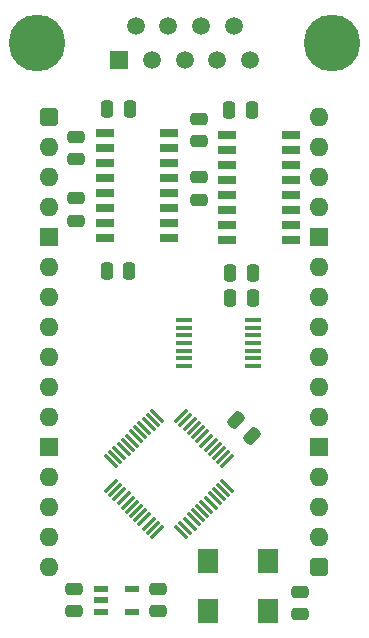
<source format=gts>
%TF.GenerationSoftware,KiCad,Pcbnew,8.0.7*%
%TF.CreationDate,2025-01-05T20:15:04+02:00*%
%TF.ProjectId,RS232,52533233-322e-46b6-9963-61645f706362,V0*%
%TF.SameCoordinates,Original*%
%TF.FileFunction,Soldermask,Top*%
%TF.FilePolarity,Negative*%
%FSLAX46Y46*%
G04 Gerber Fmt 4.6, Leading zero omitted, Abs format (unit mm)*
G04 Created by KiCad (PCBNEW 8.0.7) date 2025-01-05 20:15:04*
%MOMM*%
%LPD*%
G01*
G04 APERTURE LIST*
G04 Aperture macros list*
%AMRoundRect*
0 Rectangle with rounded corners*
0 $1 Rounding radius*
0 $2 $3 $4 $5 $6 $7 $8 $9 X,Y pos of 4 corners*
0 Add a 4 corners polygon primitive as box body*
4,1,4,$2,$3,$4,$5,$6,$7,$8,$9,$2,$3,0*
0 Add four circle primitives for the rounded corners*
1,1,$1+$1,$2,$3*
1,1,$1+$1,$4,$5*
1,1,$1+$1,$6,$7*
1,1,$1+$1,$8,$9*
0 Add four rect primitives between the rounded corners*
20,1,$1+$1,$2,$3,$4,$5,0*
20,1,$1+$1,$4,$5,$6,$7,0*
20,1,$1+$1,$6,$7,$8,$9,0*
20,1,$1+$1,$8,$9,$2,$3,0*%
%AMRotRect*
0 Rectangle, with rotation*
0 The origin of the aperture is its center*
0 $1 length*
0 $2 width*
0 $3 Rotation angle, in degrees counterclockwise*
0 Add horizontal line*
21,1,$1,$2,0,0,$3*%
G04 Aperture macros list end*
%ADD10R,1.500000X1.500000*%
%ADD11C,1.500000*%
%ADD12C,4.800000*%
%ADD13RoundRect,0.250000X0.250000X0.475000X-0.250000X0.475000X-0.250000X-0.475000X0.250000X-0.475000X0*%
%ADD14RoundRect,0.250000X0.475000X-0.250000X0.475000X0.250000X-0.475000X0.250000X-0.475000X-0.250000X0*%
%ADD15R,1.550000X0.650000*%
%ADD16RoundRect,0.400000X-0.400000X-0.400000X0.400000X-0.400000X0.400000X0.400000X-0.400000X0.400000X0*%
%ADD17O,1.600000X1.600000*%
%ADD18R,1.600000X1.600000*%
%ADD19RoundRect,0.250000X-0.475000X0.250000X-0.475000X-0.250000X0.475000X-0.250000X0.475000X0.250000X0*%
%ADD20RoundRect,0.250000X-0.250000X-0.475000X0.250000X-0.475000X0.250000X0.475000X-0.250000X0.475000X0*%
%ADD21RoundRect,0.250000X-0.512652X-0.159099X-0.159099X-0.512652X0.512652X0.159099X0.159099X0.512652X0*%
%ADD22R,1.475000X0.450000*%
%ADD23RotRect,0.279400X1.473200X45.000000*%
%ADD24RotRect,0.279400X1.473200X315.000000*%
%ADD25R,1.800000X2.000000*%
%ADD26R,1.150000X0.600000*%
G04 APERTURE END LIST*
D10*
%TO.C,C3*%
X5934000Y4803000D03*
D11*
X8706000Y4803000D03*
X11479000Y4803000D03*
X14251000Y4803000D03*
X17024000Y4803000D03*
X7320000Y7643000D03*
X10093000Y7643000D03*
X12865000Y7643000D03*
X15638000Y7643000D03*
D12*
X-1016000Y6223000D03*
X23974000Y6223000D03*
%TD*%
D13*
%TO.C,C10*%
X17238000Y-13208000D03*
X15338000Y-13208000D03*
%TD*%
D14*
%TO.C,C18*%
X9241000Y-41894000D03*
X9241000Y-39994000D03*
%TD*%
D15*
%TO.C,IC1*%
X15055000Y-1524000D03*
X15055000Y-2794000D03*
X15055000Y-4064000D03*
X15055000Y-5334000D03*
X15055000Y-6604000D03*
X15055000Y-7874000D03*
X15055000Y-9144000D03*
X15055000Y-10414000D03*
X20505000Y-10414000D03*
X20505000Y-9144000D03*
X20505000Y-7874000D03*
X20505000Y-6604000D03*
X20505000Y-5334000D03*
X20505000Y-4064000D03*
X20505000Y-2794000D03*
X20505000Y-1524000D03*
%TD*%
D14*
%TO.C,C14*%
X2286000Y-8808000D03*
X2286000Y-6908000D03*
%TD*%
D16*
%TO.C,J1*%
X0Y0D03*
D17*
X0Y-2540000D03*
X0Y-5080000D03*
X0Y-7620000D03*
D18*
X0Y-10160000D03*
D17*
X0Y-12700000D03*
X0Y-15240000D03*
X0Y-17780000D03*
X0Y-20320000D03*
X0Y-22860000D03*
X0Y-25400000D03*
D18*
X0Y-27940000D03*
D17*
X0Y-30480000D03*
X0Y-33020000D03*
X0Y-35560000D03*
X0Y-38100000D03*
D16*
X22860000Y-38100000D03*
D17*
X22860000Y-35560000D03*
X22860000Y-33020000D03*
X22860000Y-30480000D03*
D18*
X22860000Y-27940000D03*
D17*
X22860000Y-25400000D03*
X22860000Y-22860000D03*
X22860000Y-20320000D03*
X22860000Y-17780000D03*
X22860000Y-15240000D03*
X22860000Y-12700000D03*
D18*
X22860000Y-10160000D03*
D17*
X22860000Y-7620000D03*
X22860000Y-5080000D03*
X22860000Y-2540000D03*
X22860000Y0D03*
%TD*%
D14*
%TO.C,C13*%
X2286000Y-3601000D03*
X2286000Y-1701000D03*
%TD*%
D13*
%TO.C,C1*%
X17253000Y-15348000D03*
X15353000Y-15348000D03*
%TD*%
D19*
%TO.C,C16*%
X21209000Y-40214000D03*
X21209000Y-42114000D03*
%TD*%
D20*
%TO.C,C8*%
X15243000Y526000D03*
X17143000Y526000D03*
%TD*%
D14*
%TO.C,C4*%
X12700000Y-7030000D03*
X12700000Y-5130000D03*
%TD*%
D21*
%TO.C,C15*%
X15793164Y-25674727D03*
X17136667Y-27018230D03*
%TD*%
D13*
%TO.C,C11*%
X6776000Y-13081000D03*
X4876000Y-13081000D03*
%TD*%
D15*
%TO.C,IC3*%
X4699000Y-1397000D03*
X4699000Y-2667000D03*
X4699000Y-3937000D03*
X4699000Y-5207000D03*
X4699000Y-6477000D03*
X4699000Y-7747000D03*
X4699000Y-9017000D03*
X4699000Y-10287000D03*
X10149000Y-10287000D03*
X10149000Y-9017000D03*
X10149000Y-7747000D03*
X10149000Y-6477000D03*
X10149000Y-5207000D03*
X10149000Y-3937000D03*
X10149000Y-2667000D03*
X10149000Y-1397000D03*
%TD*%
D22*
%TO.C,IC5*%
X11394000Y-17208000D03*
X11394000Y-17858000D03*
X11394000Y-18508000D03*
X11394000Y-19158000D03*
X11394000Y-19808000D03*
X11394000Y-20458000D03*
X11394000Y-21108000D03*
X17270000Y-21108000D03*
X17270000Y-20458000D03*
X17270000Y-19808000D03*
X17270000Y-19158000D03*
X17270000Y-18508000D03*
X17270000Y-17858000D03*
X17270000Y-17208000D03*
%TD*%
D23*
%TO.C,IC2*%
X9118290Y-25304820D03*
X8777041Y-25646069D03*
X8417830Y-26005280D03*
X8058620Y-26364490D03*
X7717370Y-26705740D03*
X7358160Y-27064950D03*
X6998950Y-27424160D03*
X6639740Y-27783370D03*
X6298490Y-28124620D03*
X5939280Y-28483830D03*
X5580069Y-28843041D03*
X5238820Y-29184290D03*
D24*
X5238820Y-31267710D03*
X5580069Y-31608959D03*
X5939280Y-31968170D03*
X6298490Y-32327380D03*
X6639740Y-32668630D03*
X6998950Y-33027840D03*
X7358160Y-33387050D03*
X7717370Y-33746260D03*
X8058620Y-34087510D03*
X8417830Y-34446720D03*
X8777041Y-34805931D03*
X9118290Y-35147180D03*
D23*
X11201710Y-35147180D03*
X11542959Y-34805931D03*
X11902170Y-34446720D03*
X12261380Y-34087510D03*
X12602630Y-33746260D03*
X12961840Y-33387050D03*
X13321050Y-33027840D03*
X13680260Y-32668630D03*
X14021510Y-32327380D03*
X14380720Y-31968170D03*
X14739931Y-31608959D03*
X15081180Y-31267710D03*
D24*
X15081180Y-29184290D03*
X14739931Y-28843041D03*
X14380720Y-28483830D03*
X14021510Y-28124620D03*
X13680260Y-27783370D03*
X13321050Y-27424160D03*
X12961840Y-27064950D03*
X12602630Y-26705740D03*
X12261380Y-26364490D03*
X11902170Y-26005280D03*
X11542959Y-25646069D03*
X11201710Y-25304820D03*
%TD*%
D25*
%TO.C,Y1*%
X13462000Y-41851000D03*
X18542000Y-41851000D03*
X18542000Y-37651000D03*
X13462000Y-37651000D03*
%TD*%
D26*
%TO.C,IC4*%
X4385000Y-40010000D03*
X4385000Y-40960000D03*
X4385000Y-41910000D03*
X6985000Y-41910000D03*
X6985000Y-40010000D03*
%TD*%
D14*
%TO.C,C17*%
X2129000Y-41894000D03*
X2129000Y-39994000D03*
%TD*%
%TO.C,C5*%
X12700000Y-2077000D03*
X12700000Y-177000D03*
%TD*%
D20*
%TO.C,C12*%
X4908000Y635000D03*
X6808000Y635000D03*
%TD*%
M02*

</source>
